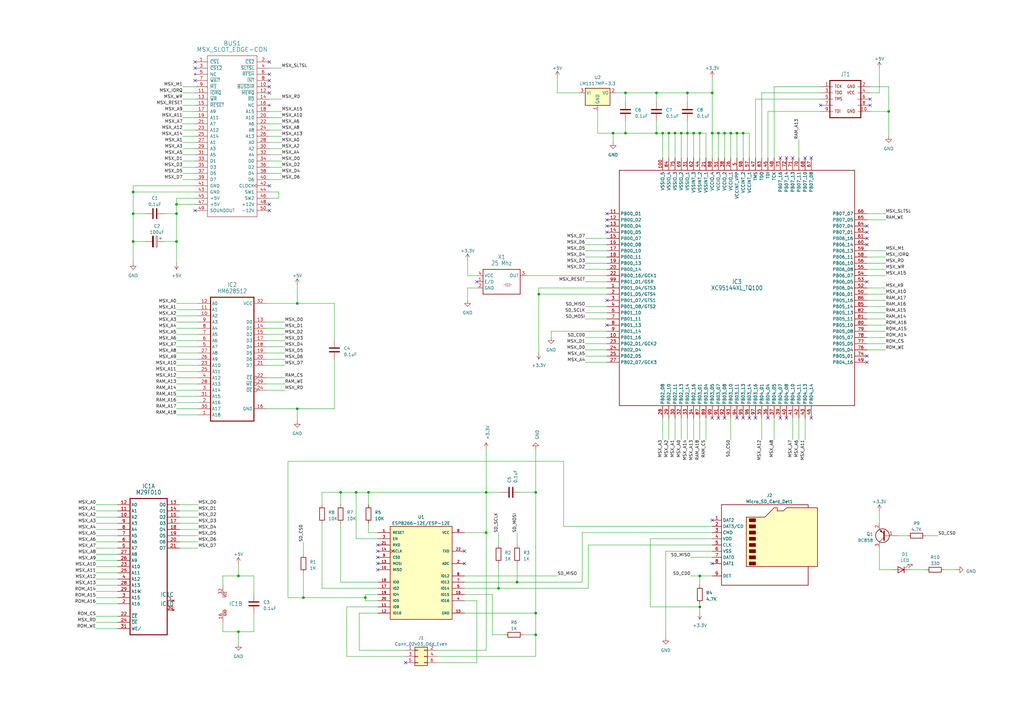
<source format=kicad_sch>
(kicad_sch (version 20230121) (generator eeschema)
  (paper "A3")
  (title_block (title "microSDMapper v1.2") (date "2023-06-06") (rev "1.2") (company "The Retro Hacker") (comment 1 "Original circuit by Luciano Sturaro") (comment 2 "Reloaded by Cristiano Goncalves") (comment 4 "microSD Mapper v1.2"))
  (junction (at 271.78 54.61))
  (junction (at 279.4 54.61))
  (junction (at 297.18 54.61))
  (junction (at 121.92 167.64))
  (junction (at 97.79 259.08))
  (junction (at 299.72 54.61))
  (junction (at 124.46 245.11))
  (junction (at 121.92 124.46))
  (junction (at 302.26 54.61))
  (junction (at 304.8 54.61))
  (junction (at 269.24 54.61))
  (junction (at 292.1 38.1))
  (junction (at 284.48 54.61))
  (junction (at 220.98 120.65))
  (junction (at 72.39 83.82))
  (junction (at 287.02 236.22))
  (junction (at 149.86 245.11))
  (junction (at 139.7 201.93))
  (junction (at 212.09 238.76))
  (junction (at 72.39 99.06))
  (junction (at 199.39 201.93))
  (junction (at 287.02 248.92))
  (junction (at 251.46 54.61))
  (junction (at 54.61 99.06))
  (junction (at 256.54 38.1))
  (junction (at 54.61 87.63))
  (junction (at 287.02 54.61))
  (junction (at 281.94 38.1))
  (junction (at 292.1 54.61))
  (junction (at 274.32 54.61))
  (junction (at 146.05 201.93))
  (junction (at 219.71 201.93))
  (junction (at 54.61 78.74))
  (junction (at 269.24 38.1))
  (junction (at 364.49 45.72))
  (junction (at 204.47 241.3))
  (junction (at 219.71 251.46))
  (junction (at 151.13 201.93))
  (junction (at 281.94 54.61))
  (junction (at 72.39 87.63))
  (junction (at 276.86 54.61))
  (junction (at 294.64 54.61))
  (junction (at 97.79 236.22))
  (junction (at 199.39 218.44))
  (junction (at 256.54 54.61))
  (junction (at 219.71 260.35))
  (no_connect (at 154.94 228.6))
  (no_connect (at 330.2 64.77))
  (no_connect (at 190.5 231.14))
  (no_connect (at 190.5 226.06))
  (no_connect (at 154.94 231.14))
  (no_connect (at 325.12 64.77))
  (no_connect (at 110.49 25.4))
  (no_connect (at 355.6 92.71))
  (no_connect (at 355.6 100.33))
  (no_connect (at 355.6 146.05))
  (no_connect (at 248.92 87.63))
  (no_connect (at 154.94 233.68))
  (no_connect (at 154.94 226.06))
  (no_connect (at 320.04 171.45))
  (no_connect (at 355.6 115.57))
  (no_connect (at 80.01 27.94))
  (no_connect (at 248.92 95.25))
  (no_connect (at 110.49 33.02))
  (no_connect (at 292.1 231.14))
  (no_connect (at 332.74 171.45))
  (no_connect (at 195.58 115.57))
  (no_connect (at 110.49 76.2))
  (no_connect (at 336.55 43.18))
  (no_connect (at 322.58 171.45))
  (no_connect (at 304.8 171.45))
  (no_connect (at 80.01 25.4))
  (no_connect (at 110.49 83.82))
  (no_connect (at 309.88 171.45))
  (no_connect (at 355.6 97.79))
  (no_connect (at 322.58 64.77))
  (no_connect (at 320.04 64.77))
  (no_connect (at 110.49 38.1))
  (no_connect (at 110.49 30.48))
  (no_connect (at 248.92 123.19))
  (no_connect (at 248.92 92.71))
  (no_connect (at 80.01 33.02))
  (no_connect (at 248.92 133.35))
  (no_connect (at 292.1 171.45))
  (no_connect (at 294.64 171.45))
  (no_connect (at 307.34 171.45))
  (no_connect (at 355.6 148.59))
  (no_connect (at 355.6 95.25))
  (no_connect (at 57.15 242.57))
  (no_connect (at 248.92 90.17))
  (no_connect (at 292.1 213.36))
  (no_connect (at 314.96 171.45))
  (no_connect (at 297.18 171.45))
  (no_connect (at 332.74 64.77))
  (no_connect (at 110.49 35.56))
  (no_connect (at 110.49 86.36))
  (no_connect (at 154.94 223.52))
  (no_connect (at 356.87 40.64))
  (no_connect (at 166.37 271.78))
  (no_connect (at 356.87 43.18))
  (no_connect (at 302.26 171.45))
  (no_connect (at 80.01 86.36))
  (wire (pts (xy 276.86 54.61) (xy 276.86 64.77)))
  (wire (pts (xy 240.03 128.27) (xy 248.92 128.27)))
  (wire (pts (xy 240.03 146.05) (xy 248.92 146.05)))
  (wire (pts (xy 355.6 120.65) (xy 363.22 120.65)))
  (wire (pts (xy 91.44 255.27) (xy 91.44 259.08)))
  (wire (pts (xy 74.93 48.26) (xy 80.01 48.26)))
  (wire (pts (xy 287.02 247.65) (xy 287.02 248.92)))
  (wire (pts (xy 231.14 215.9) (xy 231.14 189.23)))
  (wire (pts (xy 67.31 87.63) (xy 72.39 87.63)))
  (wire (pts (xy 72.39 162.56) (xy 81.28 162.56)))
  (wire (pts (xy 219.71 260.35) (xy 219.71 251.46)))
  (wire (pts (xy 166.37 269.24) (xy 142.24 269.24)))
  (wire (pts (xy 97.79 231.14) (xy 97.79 236.22)))
  (wire (pts (xy 109.22 142.24) (xy 116.84 142.24)))
  (wire (pts (xy 256.54 54.61) (xy 269.24 54.61)))
  (wire (pts (xy 292.1 31.75) (xy 292.1 38.1)))
  (wire (pts (xy 74.93 66.04) (xy 80.01 66.04)))
  (wire (pts (xy 219.71 201.93) (xy 219.71 251.46)))
  (wire (pts (xy 110.49 55.88) (xy 115.57 55.88)))
  (wire (pts (xy 110.49 68.58) (xy 115.57 68.58)))
  (wire (pts (xy 256.54 38.1) (xy 252.73 38.1)))
  (wire (pts (xy 355.6 102.87) (xy 363.22 102.87)))
  (wire (pts (xy 114.3 81.28) (xy 110.49 81.28)))
  (wire (pts (xy 294.64 54.61) (xy 292.1 54.61)))
  (wire (pts (xy 121.92 167.64) (xy 121.92 172.72)))
  (wire (pts (xy 146.05 220.98) (xy 154.94 220.98)))
  (wire (pts (xy 72.39 83.82) (xy 72.39 87.63)))
  (wire (pts (xy 214.63 260.35) (xy 219.71 260.35)))
  (wire (pts (xy 142.24 248.92) (xy 154.94 248.92)))
  (wire (pts (xy 219.71 269.24) (xy 219.71 260.35)))
  (wire (pts (xy 104.14 236.22) (xy 97.79 236.22)))
  (wire (pts (xy 204.47 241.3) (xy 241.3 241.3)))
  (wire (pts (xy 355.6 140.97) (xy 363.22 140.97)))
  (wire (pts (xy 245.11 54.61) (xy 251.46 54.61)))
  (wire (pts (xy 302.26 54.61) (xy 299.72 54.61)))
  (wire (pts (xy 237.49 38.1) (xy 228.6 38.1)))
  (wire (pts (xy 317.5 171.45) (xy 317.5 180.34)))
  (wire (pts (xy 72.39 129.54) (xy 81.28 129.54)))
  (wire (pts (xy 54.61 87.63) (xy 54.61 99.06)))
  (wire (pts (xy 226.06 135.89) (xy 248.92 135.89)))
  (wire (pts (xy 231.14 189.23) (xy 118.11 189.23)))
  (wire (pts (xy 284.48 54.61) (xy 287.02 54.61)))
  (wire (pts (xy 110.49 50.8) (xy 115.57 50.8)))
  (wire (pts (xy 312.42 64.77) (xy 312.42 38.1)))
  (wire (pts (xy 72.39 83.82) (xy 80.01 83.82)))
  (wire (pts (xy 142.24 269.24) (xy 142.24 248.92)))
  (wire (pts (xy 240.03 107.95) (xy 248.92 107.95)))
  (wire (pts (xy 72.39 139.7) (xy 81.28 139.7)))
  (wire (pts (xy 151.13 201.93) (xy 199.39 201.93)))
  (wire (pts (xy 110.49 58.42) (xy 115.57 58.42)))
  (wire (pts (xy 39.37 214.63) (xy 48.26 214.63)))
  (wire (pts (xy 74.93 71.12) (xy 80.01 71.12)))
  (wire (pts (xy 281.94 54.61) (xy 284.48 54.61)))
  (wire (pts (xy 287.02 171.45) (xy 287.02 180.34)))
  (wire (pts (xy 251.46 58.42) (xy 251.46 54.61)))
  (wire (pts (xy 299.72 171.45) (xy 299.72 180.34)))
  (wire (pts (xy 73.66 222.25) (xy 81.28 222.25)))
  (wire (pts (xy 355.6 87.63) (xy 363.22 87.63)))
  (wire (pts (xy 213.36 201.93) (xy 219.71 201.93)))
  (wire (pts (xy 80.01 81.28) (xy 72.39 81.28)))
  (wire (pts (xy 281.94 38.1) (xy 281.94 41.91)))
  (wire (pts (xy 118.11 245.11) (xy 124.46 245.11)))
  (wire (pts (xy 289.56 64.77) (xy 289.56 54.61)))
  (wire (pts (xy 309.88 64.77) (xy 309.88 40.64)))
  (wire (pts (xy 121.92 116.84) (xy 121.92 124.46)))
  (wire (pts (xy 146.05 201.93) (xy 146.05 220.98)))
  (wire (pts (xy 72.39 152.4) (xy 81.28 152.4)))
  (wire (pts (xy 121.92 124.46) (xy 137.16 124.46)))
  (wire (pts (xy 72.39 137.16) (xy 81.28 137.16)))
  (wire (pts (xy 109.22 160.02) (xy 116.84 160.02)))
  (wire (pts (xy 240.03 100.33) (xy 248.92 100.33)))
  (wire (pts (xy 39.37 252.73) (xy 48.26 252.73)))
  (wire (pts (xy 355.6 143.51) (xy 363.22 143.51)))
  (wire (pts (xy 179.07 266.7) (xy 199.39 266.7)))
  (wire (pts (xy 266.7 248.92) (xy 287.02 248.92)))
  (wire (pts (xy 109.22 157.48) (xy 116.84 157.48)))
  (wire (pts (xy 355.6 128.27) (xy 363.22 128.27)))
  (wire (pts (xy 195.58 271.78) (xy 179.07 271.78)))
  (wire (pts (xy 110.49 53.34) (xy 115.57 53.34)))
  (wire (pts (xy 355.6 123.19) (xy 363.22 123.19)))
  (wire (pts (xy 149.86 246.38) (xy 149.86 245.11)))
  (wire (pts (xy 220.98 118.11) (xy 220.98 120.65)))
  (wire (pts (xy 110.49 73.66) (xy 115.57 73.66)))
  (wire (pts (xy 39.37 209.55) (xy 48.26 209.55)))
  (wire (pts (xy 154.94 218.44) (xy 151.13 218.44)))
  (wire (pts (xy 212.09 238.76) (xy 238.76 238.76)))
  (wire (pts (xy 190.5 236.22) (xy 228.6 236.22)))
  (wire (pts (xy 97.79 259.08) (xy 104.14 259.08)))
  (wire (pts (xy 297.18 54.61) (xy 294.64 54.61)))
  (wire (pts (xy 118.11 189.23) (xy 118.11 245.11)))
  (wire (pts (xy 204.47 218.44) (xy 204.47 223.52)))
  (wire (pts (xy 139.7 201.93) (xy 146.05 201.93)))
  (wire (pts (xy 124.46 222.25) (xy 124.46 227.33)))
  (wire (pts (xy 368.3 219.71) (xy 372.11 219.71)))
  (wire (pts (xy 317.5 35.56) (xy 336.55 35.56)))
  (wire (pts (xy 74.93 58.42) (xy 80.01 58.42)))
  (wire (pts (xy 201.93 243.84) (xy 201.93 260.35)))
  (wire (pts (xy 279.4 54.61) (xy 279.4 64.77)))
  (wire (pts (xy 147.32 266.7) (xy 147.32 251.46)))
  (wire (pts (xy 72.39 160.02) (xy 81.28 160.02)))
  (wire (pts (xy 114.3 78.74) (xy 114.3 81.28)))
  (wire (pts (xy 276.86 171.45) (xy 276.86 180.34)))
  (wire (pts (xy 281.94 171.45) (xy 281.94 180.34)))
  (wire (pts (xy 132.08 207.01) (xy 132.08 201.93)))
  (wire (pts (xy 314.96 45.72) (xy 336.55 45.72)))
  (wire (pts (xy 240.03 140.97) (xy 248.92 140.97)))
  (wire (pts (xy 110.49 78.74) (xy 114.3 78.74)))
  (wire (pts (xy 73.66 224.79) (xy 81.28 224.79)))
  (wire (pts (xy 74.93 50.8) (xy 80.01 50.8)))
  (wire (pts (xy 302.26 54.61) (xy 302.26 64.77)))
  (wire (pts (xy 195.58 246.38) (xy 195.58 271.78)))
  (wire (pts (xy 139.7 238.76) (xy 139.7 214.63)))
  (wire (pts (xy 72.39 149.86) (xy 81.28 149.86)))
  (wire (pts (xy 149.86 245.11) (xy 149.86 243.84)))
  (wire (pts (xy 72.39 132.08) (xy 81.28 132.08)))
  (wire (pts (xy 269.24 49.53) (xy 269.24 54.61)))
  (wire (pts (xy 199.39 201.93) (xy 199.39 184.15)))
  (wire (pts (xy 292.1 54.61) (xy 292.1 38.1)))
  (wire (pts (xy 72.39 147.32) (xy 81.28 147.32)))
  (wire (pts (xy 226.06 138.43) (xy 226.06 135.89)))
  (wire (pts (xy 283.21 228.6) (xy 292.1 228.6)))
  (wire (pts (xy 74.93 53.34) (xy 80.01 53.34)))
  (wire (pts (xy 294.64 64.77) (xy 294.64 54.61)))
  (wire (pts (xy 240.03 105.41) (xy 248.92 105.41)))
  (wire (pts (xy 238.76 218.44) (xy 238.76 238.76)))
  (wire (pts (xy 245.11 54.61) (xy 245.11 45.72)))
  (wire (pts (xy 39.37 257.81) (xy 48.26 257.81)))
  (wire (pts (xy 287.02 236.22) (xy 287.02 240.03)))
  (wire (pts (xy 287.02 248.92) (xy 287.02 251.46)))
  (wire (pts (xy 72.39 134.62) (xy 81.28 134.62)))
  (wire (pts (xy 355.6 138.43) (xy 363.22 138.43)))
  (wire (pts (xy 355.6 135.89) (xy 363.22 135.89)))
  (wire (pts (xy 74.93 63.5) (xy 80.01 63.5)))
  (wire (pts (xy 72.39 99.06) (xy 72.39 107.95)))
  (wire (pts (xy 80.01 76.2) (xy 54.61 76.2)))
  (wire (pts (xy 292.1 226.06) (xy 273.05 226.06)))
  (wire (pts (xy 110.49 71.12) (xy 115.57 71.12)))
  (wire (pts (xy 72.39 142.24) (xy 81.28 142.24)))
  (wire (pts (xy 240.03 110.49) (xy 248.92 110.49)))
  (wire (pts (xy 355.6 130.81) (xy 363.22 130.81)))
  (wire (pts (xy 297.18 54.61) (xy 297.18 64.77)))
  (wire (pts (xy 72.39 157.48) (xy 81.28 157.48)))
  (wire (pts (xy 72.39 170.18) (xy 81.28 170.18)))
  (wire (pts (xy 304.8 54.61) (xy 302.26 54.61)))
  (wire (pts (xy 166.37 266.7) (xy 147.32 266.7)))
  (wire (pts (xy 356.87 35.56) (xy 364.49 35.56)))
  (wire (pts (xy 312.42 171.45) (xy 312.42 180.34)))
  (wire (pts (xy 271.78 54.61) (xy 274.32 54.61)))
  (wire (pts (xy 287.02 236.22) (xy 292.1 236.22)))
  (wire (pts (xy 149.86 243.84) (xy 154.94 243.84)))
  (wire (pts (xy 284.48 171.45) (xy 284.48 180.34)))
  (wire (pts (xy 110.49 48.26) (xy 115.57 48.26)))
  (wire (pts (xy 274.32 54.61) (xy 276.86 54.61)))
  (wire (pts (xy 104.14 259.08) (xy 104.14 251.46)))
  (wire (pts (xy 190.5 243.84) (xy 201.93 243.84)))
  (wire (pts (xy 109.22 154.94) (xy 116.84 154.94)))
  (wire (pts (xy 110.49 40.64) (xy 115.57 40.64)))
  (wire (pts (xy 274.32 54.61) (xy 274.32 64.77)))
  (wire (pts (xy 289.56 171.45) (xy 289.56 180.34)))
  (wire (pts (xy 72.39 154.94) (xy 81.28 154.94)))
  (wire (pts (xy 373.38 233.68) (xy 379.73 233.68)))
  (wire (pts (xy 292.1 64.77) (xy 292.1 54.61)))
  (wire (pts (xy 39.37 229.87) (xy 48.26 229.87)))
  (wire (pts (xy 364.49 45.72) (xy 364.49 55.88)))
  (wire (pts (xy 39.37 234.95) (xy 48.26 234.95)))
  (wire (pts (xy 39.37 255.27) (xy 48.26 255.27)))
  (wire (pts (xy 251.46 54.61) (xy 256.54 54.61)))
  (wire (pts (xy 231.14 215.9) (xy 292.1 215.9)))
  (wire (pts (xy 179.07 269.24) (xy 219.71 269.24)))
  (wire (pts (xy 271.78 171.45) (xy 271.78 180.34)))
  (wire (pts (xy 109.22 137.16) (xy 116.84 137.16)))
  (wire (pts (xy 39.37 232.41) (xy 48.26 232.41)))
  (wire (pts (xy 195.58 113.03) (xy 191.77 113.03)))
  (wire (pts (xy 240.03 130.81) (xy 248.92 130.81)))
  (wire (pts (xy 109.22 124.46) (xy 121.92 124.46)))
  (wire (pts (xy 355.6 107.95) (xy 363.22 107.95)))
  (wire (pts (xy 228.6 38.1) (xy 228.6 31.75)))
  (wire (pts (xy 124.46 245.11) (xy 149.86 245.11)))
  (wire (pts (xy 110.49 60.96) (xy 115.57 60.96)))
  (wire (pts (xy 73.66 212.09) (xy 81.28 212.09)))
  (wire (pts (xy 39.37 247.65) (xy 48.26 247.65)))
  (wire (pts (xy 240.03 97.79) (xy 248.92 97.79)))
  (wire (pts (xy 54.61 78.74) (xy 54.61 87.63)))
  (wire (pts (xy 109.22 139.7) (xy 116.84 139.7)))
  (wire (pts (xy 317.5 64.77) (xy 317.5 35.56)))
  (wire (pts (xy 190.5 241.3) (xy 204.47 241.3)))
  (wire (pts (xy 191.77 113.03) (xy 191.77 106.68)))
  (wire (pts (xy 137.16 147.32) (xy 137.16 167.64)))
  (wire (pts (xy 248.92 118.11) (xy 220.98 118.11)))
  (wire (pts (xy 240.03 115.57) (xy 248.92 115.57)))
  (wire (pts (xy 39.37 237.49) (xy 48.26 237.49)))
  (wire (pts (xy 279.4 171.45) (xy 279.4 180.34)))
  (wire (pts (xy 287.02 54.61) (xy 289.56 54.61)))
  (wire (pts (xy 274.32 171.45) (xy 274.32 180.34)))
  (wire (pts (xy 132.08 201.93) (xy 139.7 201.93)))
  (wire (pts (xy 72.39 87.63) (xy 72.39 99.06)))
  (wire (pts (xy 307.34 54.61) (xy 304.8 54.61)))
  (wire (pts (xy 190.5 251.46) (xy 219.71 251.46)))
  (wire (pts (xy 248.92 120.65) (xy 220.98 120.65)))
  (wire (pts (xy 39.37 222.25) (xy 48.26 222.25)))
  (wire (pts (xy 276.86 54.61) (xy 279.4 54.61)))
  (wire (pts (xy 146.05 201.93) (xy 151.13 201.93)))
  (wire (pts (xy 266.7 220.98) (xy 266.7 248.92)))
  (wire (pts (xy 132.08 241.3) (xy 154.94 241.3)))
  (wire (pts (xy 355.6 118.11) (xy 363.22 118.11)))
  (wire (pts (xy 220.98 120.65) (xy 220.98 144.78)))
  (wire (pts (xy 109.22 149.86) (xy 116.84 149.86)))
  (wire (pts (xy 39.37 217.17) (xy 48.26 217.17)))
  (wire (pts (xy 190.5 238.76) (xy 212.09 238.76)))
  (wire (pts (xy 269.24 38.1) (xy 281.94 38.1)))
  (wire (pts (xy 110.49 27.94) (xy 115.57 27.94)))
  (wire (pts (xy 240.03 125.73) (xy 248.92 125.73)))
  (wire (pts (xy 39.37 212.09) (xy 48.26 212.09)))
  (wire (pts (xy 360.68 233.68) (xy 365.76 233.68)))
  (wire (pts (xy 132.08 241.3) (xy 132.08 214.63)))
  (wire (pts (xy 240.03 148.59) (xy 248.92 148.59)))
  (wire (pts (xy 109.22 134.62) (xy 116.84 134.62)))
  (wire (pts (xy 195.58 118.11) (xy 191.77 118.11)))
  (wire (pts (xy 287.02 54.61) (xy 287.02 64.77)))
  (wire (pts (xy 355.6 105.41) (xy 363.22 105.41)))
  (wire (pts (xy 283.21 236.22) (xy 287.02 236.22)))
  (wire (pts (xy 304.8 54.61) (xy 304.8 64.77)))
  (wire (pts (xy 355.6 110.49) (xy 363.22 110.49)))
  (wire (pts (xy 147.32 251.46) (xy 154.94 251.46)))
  (wire (pts (xy 269.24 54.61) (xy 271.78 54.61)))
  (wire (pts (xy 314.96 64.77) (xy 314.96 45.72)))
  (wire (pts (xy 279.4 54.61) (xy 281.94 54.61)))
  (wire (pts (xy 325.12 171.45) (xy 325.12 180.34)))
  (wire (pts (xy 73.66 209.55) (xy 81.28 209.55)))
  (wire (pts (xy 327.66 171.45) (xy 327.66 180.34)))
  (wire (pts (xy 74.93 55.88) (xy 80.01 55.88)))
  (wire (pts (xy 269.24 38.1) (xy 269.24 41.91)))
  (wire (pts (xy 327.66 57.15) (xy 327.66 64.77)))
  (wire (pts (xy 360.68 38.1) (xy 356.87 38.1)))
  (wire (pts (xy 73.66 207.01) (xy 81.28 207.01)))
  (wire (pts (xy 72.39 127) (xy 81.28 127)))
  (wire (pts (xy 39.37 240.03) (xy 48.26 240.03)))
  (wire (pts (xy 110.49 66.04) (xy 115.57 66.04)))
  (wire (pts (xy 212.09 218.44) (xy 212.09 223.52)))
  (wire (pts (xy 67.31 99.06) (xy 72.39 99.06)))
  (wire (pts (xy 292.1 38.1) (xy 281.94 38.1)))
  (wire (pts (xy 256.54 38.1) (xy 269.24 38.1)))
  (wire (pts (xy 72.39 165.1) (xy 81.28 165.1)))
  (wire (pts (xy 204.47 231.14) (xy 204.47 241.3)))
  (wire (pts (xy 72.39 124.46) (xy 81.28 124.46)))
  (wire (pts (xy 39.37 219.71) (xy 48.26 219.71)))
  (wire (pts (xy 74.93 40.64) (xy 80.01 40.64)))
  (wire (pts (xy 355.6 90.17) (xy 363.22 90.17)))
  (wire (pts (xy 241.3 223.52) (xy 292.1 223.52)))
  (wire (pts (xy 137.16 124.46) (xy 137.16 139.7)))
  (wire (pts (xy 139.7 207.01) (xy 139.7 201.93)))
  (wire (pts (xy 307.34 64.77) (xy 307.34 54.61)))
  (wire (pts (xy 54.61 76.2) (xy 54.61 78.74)))
  (wire (pts (xy 39.37 227.33) (xy 48.26 227.33)))
  (wire (pts (xy 191.77 118.11) (xy 191.77 123.19)))
  (wire (pts (xy 121.92 167.64) (xy 109.22 167.64)))
  (wire (pts (xy 360.68 27.94) (xy 360.68 38.1)))
  (wire (pts (xy 109.22 132.08) (xy 116.84 132.08)))
  (wire (pts (xy 330.2 171.45) (xy 330.2 180.34)))
  (wire (pts (xy 212.09 231.14) (xy 212.09 238.76)))
  (wire (pts (xy 309.88 40.64) (xy 336.55 40.64)))
  (wire (pts (xy 97.79 259.08) (xy 97.79 264.16)))
  (wire (pts (xy 72.39 144.78) (xy 81.28 144.78)))
  (wire (pts (xy 240.03 143.51) (xy 248.92 143.51)))
  (wire (pts (xy 74.93 43.18) (xy 80.01 43.18)))
  (wire (pts (xy 355.6 133.35) (xy 363.22 133.35)))
  (wire (pts (xy 299.72 54.61) (xy 297.18 54.61)))
  (wire (pts (xy 137.16 167.64) (xy 121.92 167.64)))
  (wire (pts (xy 109.22 144.78) (xy 116.84 144.78)))
  (wire (pts (xy 151.13 201.93) (xy 151.13 207.01)))
  (wire (pts (xy 199.39 201.93) (xy 199.39 218.44)))
  (wire (pts (xy 110.49 63.5) (xy 115.57 63.5)))
  (wire (pts (xy 73.66 217.17) (xy 81.28 217.17)))
  (wire (pts (xy 273.05 226.06) (xy 273.05 261.62)))
  (wire (pts (xy 104.14 243.84) (xy 104.14 236.22)))
  (wire (pts (xy 73.66 219.71) (xy 81.28 219.71)))
  (wire (pts (xy 39.37 224.79) (xy 48.26 224.79)))
  (wire (pts (xy 379.73 219.71) (xy 384.81 219.71)))
  (wire (pts (xy 292.1 220.98) (xy 266.7 220.98)))
  (wire (pts (xy 360.68 209.55) (xy 360.68 214.63)))
  (wire (pts (xy 387.35 233.68) (xy 392.43 233.68)))
  (wire (pts (xy 54.61 87.63) (xy 59.69 87.63)))
  (wire (pts (xy 190.5 246.38) (xy 195.58 246.38)))
  (wire (pts (xy 281.94 54.61) (xy 281.94 64.77)))
  (wire (pts (xy 54.61 99.06) (xy 54.61 107.95)))
  (wire (pts (xy 201.93 260.35) (xy 207.01 260.35)))
  (wire (pts (xy 240.03 102.87) (xy 248.92 102.87)))
  (wire (pts (xy 356.87 45.72) (xy 364.49 45.72)))
  (wire (pts (xy 256.54 49.53) (xy 256.54 54.61)))
  (wire (pts (xy 72.39 167.64) (xy 81.28 167.64)))
  (wire (pts (xy 219.71 201.93) (xy 219.71 184.15)))
  (wire (pts (xy 72.39 81.28) (xy 72.39 83.82)))
  (wire (pts (xy 151.13 218.44) (xy 151.13 214.63)))
  (wire (pts (xy 74.93 73.66) (xy 80.01 73.66)))
  (wire (pts (xy 39.37 242.57) (xy 48.26 242.57)))
  (wire (pts (xy 91.44 236.22) (xy 91.44 240.03)))
  (wire (pts (xy 74.93 45.72) (xy 80.01 45.72)))
  (wire (pts (xy 364.49 35.56) (xy 364.49 45.72)))
  (wire (pts (xy 74.93 38.1) (xy 80.01 38.1)))
  (wire (pts (xy 74.93 60.96) (xy 80.01 60.96)))
  (wire (pts (xy 74.93 35.56) (xy 80.01 35.56)))
  (wire (pts (xy 271.78 54.61) (xy 271.78 64.77)))
  (wire (pts (xy 241.3 223.52) (xy 241.3 241.3)))
  (wire (pts (xy 110.49 45.72) (xy 115.57 45.72)))
  (wire (pts (xy 199.39 266.7) (xy 199.39 218.44)))
  (wire (pts (xy 154.94 238.76) (xy 139.7 238.76)))
  (wire (pts (xy 240.03 138.43) (xy 248.92 138.43)))
  (wire (pts (xy 355.6 125.73) (xy 363.22 125.73)))
  (wire (pts (xy 54.61 99.06) (xy 59.69 99.06)))
  (wire (pts (xy 154.94 246.38) (xy 149.86 246.38)))
  (wire (pts (xy 199.39 201.93) (xy 205.74 201.93)))
  (wire (pts (xy 109.22 147.32) (xy 116.84 147.32)))
  (wire (pts (xy 215.9 113.03) (xy 248.92 113.03)))
  (wire (pts (xy 97.79 236.22) (xy 91.44 236.22)))
  (wire (pts (xy 39.37 207.01) (xy 48.26 207.01)))
  (wire (pts (xy 360.68 224.79) (xy 360.68 233.68)))
  (wire (pts (xy 124.46 234.95) (xy 124.46 245.11)))
  (wire (pts (xy 355.6 113.03) (xy 363.22 113.03)))
  (wire (pts (xy 312.42 38.1) (xy 336.55 38.1)))
  (wire (pts (xy 299.72 54.61) (xy 299.72 64.77)))
  (wire (pts (xy 284.48 54.61) (xy 284.48 64.77)))
  (wire (pts (xy 73.66 214.63) (xy 81.28 214.63)))
  (wire (pts (xy 256.54 38.1) (xy 256.54 41.91)))
  (wire (pts (xy 238.76 218.44) (xy 292.1 218.44)))
  (wire (pts (xy 39.37 245.11) (xy 48.26 245.11)))
  (wire (pts (xy 74.93 68.58) (xy 80.01 68.58)))
  (wire (pts (xy 199.39 218.44) (xy 190.5 218.44)))
  (wire (pts (xy 281.94 49.53) (xy 281.94 54.61)))
  (wire (pts (xy 91.44 259.08) (xy 97.79 259.08)))
  (wire (pts (xy 54.61 78.74) (xy 80.01 78.74)))
  (label "MSX_D6" (at 240.03 100.33 180))
  (label "MSX_A9" (at 39.37 229.87 180))
  (label "MSX_A0" (at 39.37 207.01 180))
  (label "SD_CS0" (at 299.72 180.34 270) (effects (font (size 1.2446 1.2446))))
  (label "MSX_A8" (at 39.37 227.33 180))
  (label "MSX_D2" (at 240.03 110.49 180))
  (label "MSX_D0" (at 115.57 66.04 0))
  (label "MSX_A11" (at 74.93 48.26 180))
  (label "MSX_A0" (at 115.57 58.42 0))
  (label "MSX_A3" (at 39.37 214.63 180))
  (label "MSX_A1" (at 72.39 127 180))
  (label "ROM_A15" (at 363.22 135.89 0))
  (label "MSX_A4" (at 115.57 63.5 0))
  (label "MSX_D1" (at 74.93 66.04 180))
  (label "MSX_D1" (at 116.84 134.62 0))
  (label "MSX_A4" (at 240.03 148.59 180))
  (label "RAM_A15" (at 363.22 128.27 0))
  (label "RAM_A16" (at 363.22 125.73 0))
  (label "MSX_D6" (at 116.84 147.32 0))
  (label "SD_SCLK" (at 204.47 218.44 90) (effects (font (size 1.2446 1.2446))))
  (label "RAM_WE" (at 116.84 157.48 0))
  (label "MSX_A8" (at 317.5 180.34 270))
  (label "MSX_A1" (at 276.86 180.34 270))
  (label "MSX_A14" (at 74.93 55.88 180))
  (label "MSX_M1" (at 363.22 102.87 0))
  (label "MSX_RESET" (at 74.93 43.18 180))
  (label "MSX_IORQ" (at 74.93 38.1 180))
  (label "MSX_A10" (at 115.57 48.26 0))
  (label "MSX_A14" (at 281.94 180.34 270))
  (label "RAM_CS" (at 289.56 180.34 270))
  (label "MSX_A13" (at 115.57 55.88 0))
  (label "MSX_A3" (at 74.93 60.96 180))
  (label "MSX_A3" (at 72.39 132.08 180))
  (label "MSX_D6" (at 81.28 222.25 0))
  (label "MSX_RD" (at 39.37 255.27 180))
  (label "ROM_A14" (at 39.37 242.57 180))
  (label "RAM_CS" (at 116.84 154.94 0))
  (label "MSX_RD" (at 115.57 40.64 0))
  (label "MSX_D7" (at 81.28 224.79 0))
  (label "MSX_A7" (at 74.93 50.8 180))
  (label "RAM_A13" (at 327.66 57.15 90))
  (label "MSX_D0" (at 81.28 207.01 0))
  (label "MSX_WR" (at 74.93 40.64 180))
  (label "MSX_D5" (at 116.84 144.78 0))
  (label "ROM_WE" (at 363.22 143.51 0) (effects (font (size 1.2446 1.2446))))
  (label "MSX_A8" (at 115.57 53.34 0))
  (label "MSX_D4" (at 240.03 105.41 180))
  (label "MSX_A13" (at 284.48 180.34 270))
  (label "SD_CD0" (at 283.21 236.22 180) (effects (font (size 1.2446 1.2446))))
  (label "MSX_D3" (at 74.93 68.58 180))
  (label "ROM_A16" (at 363.22 133.35 0))
  (label "ROM_A16" (at 39.37 247.65 180))
  (label "MSX_D7" (at 74.93 73.66 180))
  (label "MSX_D2" (at 116.84 137.16 0))
  (label "RAM_A14" (at 72.39 160.02 180))
  (label "MSX_D1" (at 81.28 209.55 0))
  (label "MSX_A7" (at 325.12 180.34 270))
  (label "SD_CS0" (at 384.81 219.71 0) (effects (font (size 1.2446 1.2446))))
  (label "ROM_CS" (at 363.22 140.97 0) (effects (font (size 1.2446 1.2446))))
  (label "MSX_RD" (at 116.84 160.02 0))
  (label "ROM_WE" (at 39.37 257.81 180))
  (label "MSX_A0" (at 279.4 180.34 270))
  (label "MSX_A2" (at 115.57 60.96 0))
  (label "MSX_A2" (at 274.32 180.34 270))
  (label "MSX_D2" (at 115.57 68.58 0))
  (label "MSX_A12" (at 74.93 53.34 180))
  (label "MSX_A4" (at 72.39 134.62 180))
  (label "MSX_A7" (at 39.37 224.79 180))
  (label "SD_SCLK" (at 240.03 128.27 180) (effects (font (size 1.2446 1.2446))))
  (label "MSX_D2" (at 81.28 212.09 0))
  (label "MSX_A11" (at 72.39 152.4 180))
  (label "SD_MOSI" (at 212.09 218.44 90) (effects (font (size 1.2446 1.2446))))
  (label "MSX_A0" (at 72.39 124.46 180))
  (label "MSX_A10" (at 363.22 120.65 0))
  (label "MSX_A5" (at 72.39 137.16 180))
  (label "ROM_CS" (at 39.37 252.73 180))
  (label "MSX_D6" (at 115.57 73.66 0))
  (label "MSX_A12" (at 72.39 154.94 180))
  (label "RAM_A17" (at 363.22 123.19 0))
  (label "RAM_A18" (at 287.02 180.34 270))
  (label "MSX_D5" (at 240.03 102.87 180))
  (label "MSX_A10" (at 72.39 149.86 180))
  (label "MSX_D4" (at 116.84 142.24 0))
  (label "MSX_D5" (at 74.93 71.12 180))
  (label "SD_MOSI" (at 240.03 130.81 180) (effects (font (size 1.2446 1.2446))))
  (label "MSX_M1" (at 74.93 35.56 180))
  (label "MSX_A13" (at 39.37 240.03 180))
  (label "MSX_A2" (at 39.37 212.09 180))
  (label "SD_CS0" (at 124.46 222.25 90) (effects (font (size 1.2446 1.2446))))
  (label "MSX_D3" (at 81.28 214.63 0))
  (label "MSX_SLTSL" (at 363.22 87.63 0))
  (label "SD_MISO" (at 228.6 236.22 0) (effects (font (size 1.2446 1.2446))))
  (label "MSX_D7" (at 240.03 97.79 180))
  (label "MSX_A5" (at 39.37 219.71 180))
  (label "MSX_A6" (at 72.39 139.7 180))
  (label "MSX_WR" (at 363.22 110.49 0))
  (label "RAM_A18" (at 72.39 170.18 180))
  (label "ROM_A15" (at 39.37 245.11 180))
  (label "MSX_A6" (at 39.37 222.25 180))
  (label "MSX_A10" (at 39.37 232.41 180))
  (label "MSX_D0" (at 116.84 132.08 0))
  (label "RAM_A13" (at 72.39 157.48 180))
  (label "MSX_A15" (at 363.22 113.03 0))
  (label "MSX_A9" (at 74.93 45.72 180))
  (label "MSX_D4" (at 81.28 217.17 0))
  (label "MSX_SLTSL" (at 115.57 27.94 0))
  (label "MSX_A1" (at 39.37 209.55 180))
  (label "RAM_A14" (at 363.22 130.81 0))
  (label "MSX_D1" (at 240.03 140.97 180))
  (label "MSX_A1" (at 74.93 58.42 180))
  (label "MSX_A9" (at 72.39 147.32 180))
  (label "RAM_A17" (at 72.39 167.64 180))
  (label "ROM_A14" (at 363.22 138.43 0))
  (label "MSX_A9" (at 363.22 118.11 0))
  (label "SD_CD0" (at 240.03 138.43 180) (effects (font (size 1.2446 1.2446))))
  (label "MSX_A4" (at 39.37 217.17 180))
  (label "RAM_A15" (at 72.39 162.56 180))
  (label "MSX_D5" (at 81.28 219.71 0))
  (label "SD_MISO" (at 240.03 125.73 180) (effects (font (size 1.2446 1.2446))))
  (label "MSX_A8" (at 72.39 144.78 180))
  (label "MSX_IORQ" (at 363.22 105.41 0))
  (label "MSX_A11" (at 39.37 234.95 180))
  (label "MSX_A6" (at 115.57 50.8 0))
  (label "MSX_RESET" (at 240.03 115.57 180))
  (label "MSX_A15" (at 115.57 45.72 0))
  (label "MSX_A11" (at 330.2 180.34 270))
  (label "MSX_D7" (at 116.84 149.86 0))
  (label "MSX_A3" (at 271.78 180.34 270))
  (label "MSX_A12" (at 312.42 180.34 270))
  (label "SD_MISO" (at 283.21 228.6 180) (effects (font (size 1.2446 1.2446))))
  (label "MSX_RD" (at 363.22 107.95 0))
  (label "MSX_D3" (at 240.03 107.95 180))
  (label "MSX_A5" (at 240.03 146.05 180))
  (label "MSX_D0" (at 240.03 143.51 180))
  (label "MSX_A7" (at 72.39 142.24 180))
  (label "MSX_A2" (at 72.39 129.54 180))
  (label "MSX_A12" (at 39.37 237.49 180))
  (label "MSX_D3" (at 116.84 139.7 0))
  (label "MSX_A6" (at 327.66 180.34 270))
  (label "MSX_A5" (at 74.93 63.5 180))
  (label "MSX_D4" (at 115.57 71.12 0))
  (label "RAM_WE" (at 363.22 90.17 0) (effects (font (size 1.2446 1.2446))))
  (label "RAM_A16" (at 72.39 165.1 180))
  (symbol (lib_id "CRISAG:Micro_SD_Card_Det1") (at 314.96 223.52 0) (unit 1)
    (property "Reference" "J2" (at 315.595 203.2 0))
    (property "Value" "Micro_SD_Card_Det1" (at 315.595 205.74 0))
    (property "Footprint" "libraries:Conn_uSDcard" (effects hide))
    (property "Datasheet" "https://datasheet.lcsc.com/lcsc/2110151630_XKB-Connectivity-XKTF-015-N_C381082.pdf" (effects hide))
  )
  (symbol (lib_id "Device:C") (at 281.94 45.72 0) (unit 1)
    (property "Reference" "C8" (at 285.75 45.085 0) (effects (justify left)))
    (property "Value" "0.1uF" (at 285.75 47.625 0) (effects (justify left)))
    (property "Footprint" "Capacitor_SMD:C_0603_1608Metric_Pad1.08x0.95mm_HandSolder" (effects hide))
  )
  (symbol (lib_id "power:GND") (at 251.46 58.42 0) (unit 1)
    (property "Reference" "#PWR013" (effects hide))
    (property "Value" "GND" (at 251.46 63.5 0))
  )
  (symbol (lib_id "power:GND") (at 226.06 138.43 0) (unit 1)
    (property "Reference" "#PWR019" (effects hide))
    (property "Value" "GND" (at 226.06 143.51 0))
  )
  (symbol (lib_id "Device:R") (at 132.08 210.82 180) (unit 1)
    (property "Reference" "R8" (at 134.62 210.185 0) (effects (justify right)))
    (property "Value" "10K" (at 134.62 212.725 0) (effects (justify right)))
    (property "Footprint" "Resistor_SMD:R_0603_1608Metric_Pad0.98x0.95mm_HandSolder" (effects hide))
  )
  (symbol (lib_id "Device:C") (at 137.16 143.51 0) (unit 1)
    (property "Reference" "C4" (at 140.97 142.875 0) (effects (justify left)))
    (property "Value" "0.1uF" (at 140.97 145.415 0) (effects (justify left)))
    (property "Footprint" "Capacitor_SMD:C_0603_1608Metric_Pad1.08x0.95mm_HandSolder" (effects hide))
  )
  (symbol (lib_id "power:+3.3V") (at 191.77 106.68 0) (unit 1)
    (property "Reference" "#PWR07" (effects hide))
    (property "Value" "+3.3V" (at 191.77 102.87 0))
  )
  (symbol (lib_id "Device:C") (at 269.24 45.72 0) (unit 1)
    (property "Reference" "C7" (at 273.05 45.085 0) (effects (justify left)))
    (property "Value" "0.1uF" (at 273.05 47.625 0) (effects (justify left)))
    (property "Footprint" "Capacitor_SMD:C_0603_1608Metric_Pad1.08x0.95mm_HandSolder" (effects hide))
  )
  (symbol (lib_id "CRISAG:AM29F010B") (at 68.58 246.38 180) (unit 3)
    (property "Reference" "IC1" (at 68.58 243.84 0) (effects (font (size 1.778 1.5113))))
    (property "Value" "M29F010" (effects hide))
    (property "Footprint" "Package_LCC:PLCC-32_11.4x14.0mm_P1.27mm" (effects hide))
  )
  (symbol (lib_id "Device:C") (at 256.54 45.72 0) (unit 1)
    (property "Reference" "C6" (at 260.35 45.085 0) (effects (justify left)))
    (property "Value" "0.1uF" (at 260.35 47.625 0) (effects (justify left)))
    (property "Footprint" "Capacitor_SMD:C_0603_1608Metric_Pad1.08x0.95mm_HandSolder" (effects hide))
  )
  (symbol (lib_id "Device:C") (at 209.55 201.93 90) (unit 1)
    (property "Reference" "C5" (at 208.915 198.12 0) (effects (justify left)))
    (property "Value" "0.1uF" (at 211.455 198.12 0) (effects (justify left)))
    (property "Footprint" "Capacitor_SMD:C_0603_1608Metric_Pad1.08x0.95mm_HandSolder" (effects hide))
  )
  (symbol (lib_id "Device:C") (at 63.5 87.63 90) (unit 1)
    (property "Reference" "C1" (at 63.5 81.28 90))
    (property "Value" "0.1uF" (at 63.5 83.82 90))
    (property "Footprint" "Capacitor_SMD:C_0603_1608Metric_Pad1.08x0.95mm_HandSolder" (effects hide))
  )
  (symbol (lib_id "CRISAG:AM29F010B") (at 91.44 247.65 0) (unit 2)
    (property "Reference" "IC1" (at 93.98 247.6376 0) (effects (font (size 1.778 1.5113)) (justify left)))
    (property "Value" "M29F010" (effects hide))
    (property "Footprint" "Package_LCC:PLCC-32_11.4x14.0mm_P1.27mm" (effects hide))
  )
  (symbol (lib_id "Device:R") (at 204.47 227.33 180) (unit 1)
    (property "Reference" "R2" (at 207.01 226.695 0) (effects (justify right)))
    (property "Value" "1K" (at 207.01 229.235 0) (effects (justify right)))
    (property "Footprint" "Resistor_SMD:R_0603_1608Metric_Pad0.98x0.95mm_HandSolder" (effects hide))
  )
  (symbol (lib_id "Device:R") (at 151.13 210.82 180) (unit 1)
    (property "Reference" "R5" (at 153.67 210.185 0) (effects (justify right)))
    (property "Value" "10K" (at 153.67 212.725 0) (effects (justify right)))
    (property "Footprint" "Resistor_SMD:R_0603_1608Metric_Pad0.98x0.95mm_HandSolder" (effects hide))
  )
  (symbol (lib_id "power:+3.3V") (at 220.98 144.78 180) (unit 1)
    (property "Reference" "#PWR011" (effects hide))
    (property "Value" "+3.3V" (at 220.98 149.86 0))
  )
  (symbol (lib_id "power:+5V") (at 121.92 116.84 0) (unit 1)
    (property "Reference" "#PWR05" (effects hide))
    (property "Value" "+5V" (at 121.92 113.03 0))
  )
  (symbol (lib_id "Device:R") (at 287.02 243.84 0) (unit 1)
    (property "Reference" "R4" (at 289.56 243.205 0) (effects (justify left)))
    (property "Value" "4.7K" (at 289.56 245.745 0) (effects (justify left)))
    (property "Footprint" "Resistor_SMD:R_0603_1608Metric_Pad0.98x0.95mm_HandSolder" (effects hide))
  )
  (symbol (lib_id "CRISAG:AM29F010B") (at 68.58 250.19 180) (unit 4)
    (property "Reference" "IC1" (at 68.58 247.65 0) (effects (font (size 1.778 1.5113))))
    (property "Value" "M29F010" (effects hide))
    (property "Footprint" "Package_LCC:PLCC-32_11.4x14.0mm_P1.27mm" (effects hide))
  )
  (symbol (lib_id "power:GND") (at 273.05 261.62 0) (unit 1)
    (property "Reference" "#PWR014" (effects hide))
    (property "Value" "GND" (at 273.05 266.7 0))
  )
  (symbol (lib_id "Device:C_Polarized") (at 63.5 99.06 270) (unit 1)
    (property "Reference" "C2" (at 64.389 92.71 90))
    (property "Value" "100uF" (at 64.389 95.25 90))
    (property "Footprint" "Capacitor_SMD:CP_Elec_5x4.5" (effects hide))
  )
  (symbol (lib_id "Regulator_Linear:LM1117MP-3.3") (at 245.11 38.1 0) (unit 1)
    (property "Reference" "U2" (at 245.11 31.75 0))
    (property "Value" "LM1117MP-3.3" (at 245.11 34.29 0))
    (property "Footprint" "Package_TO_SOT_SMD:SOT-223-3_TabPin2" (effects hide))
    (property "Datasheet" "http://www.ti.com/lit/ds/symlink/lm1117.pdf" (effects hide))
  )
  (symbol (lib_id "ESP8266-12E_ESP-12E:ESP8266-12E{slash}ESP-12E") (at 172.72 233.68 0) (unit 1)
    (property "Reference" "U1" (at 172.72 212.09 0))
    (property "Value" "ESP8266-12E/ESP-12E" (at 172.72 214.63 0))
    (property "Footprint" "libraries:XCVR_ESP8266-12E_ESP-12E" (effects hide))
    (property "MANUFACTURER" "AI-Thinker" (effects hide))
  )
  (symbol (lib_id "power:GND") (at 121.92 172.72 0) (unit 1)
    (property "Reference" "#PWR06" (effects hide))
    (property "Value" "GND" (at 121.92 177.8 0))
  )
  (symbol (lib_id "Device:R") (at 212.09 227.33 180) (unit 1)
    (property "Reference" "R3" (at 214.63 226.695 0) (effects (justify right)))
    (property "Value" "1K" (at 214.63 229.235 0) (effects (justify right)))
    (property "Footprint" "Resistor_SMD:R_0603_1608Metric_Pad0.98x0.95mm_HandSolder" (effects hide))
  )
  (symbol (lib_id "Device:R") (at 210.82 260.35 270) (unit 1)
    (property "Reference" "R6" (at 210.82 255.27 90))
    (property "Value" "1K" (at 210.82 257.81 90))
    (property "Footprint" "Resistor_SMD:R_0603_1608Metric_Pad0.98x0.95mm_HandSolder" (effects hide))
  )
  (symbol (lib_id "CRISAG:JTAG1A") (at 346.71 40.64 0) (unit 1)
    (property "Reference" "JT1" (at 346.71 30.48 0) (effects (font (size 1.778 1.5113))))
    (property "Value" "JTAG1A" (effects hide))
    (property "Footprint" "Connector_PinHeader_2.54mm:PinHeader_2x05_P2.54mm_Vertical" (effects hide))
  )
  (symbol (lib_id "power:+3.3V") (at 292.1 31.75 0) (unit 1)
    (property "Reference" "#PWR016" (effects hide))
    (property "Value" "+3.3V" (at 292.1 27.94 0))
  )
  (symbol (lib_id "power:+5V") (at 228.6 31.75 0) (unit 1)
    (property "Reference" "#PWR012" (effects hide))
    (property "Value" "+5V" (at 228.6 27.94 0))
  )
  (symbol (lib_id "Device:R") (at 139.7 210.82 180) (unit 1)
    (property "Reference" "R7" (at 142.24 210.185 0) (effects (justify right)))
    (property "Value" "10K" (at 142.24 212.725 0) (effects (justify right)))
    (property "Footprint" "Resistor_SMD:R_0603_1608Metric_Pad0.98x0.95mm_HandSolder" (effects hide))
  )
  (symbol (lib_id "Connector_Generic:Conn_02x03_Odd_Even") (at 171.45 269.24 0) (unit 1)
    (property "Reference" "J1" (at 172.72 261.62 0))
    (property "Value" "Conn_02x03_Odd_Even" (at 172.72 264.16 0))
    (property "Footprint" "Connector_PinHeader_2.54mm:PinHeader_2x03_P2.54mm_Vertical" (effects hide))
  )
  (symbol (lib_id "CRISAG:MSX_SLOT_EDGE-CON") (at 95.25 55.88 0) (unit 1) (in_bom no)
    (property "Reference" "BUS1" (at 95.25 17.78 0) (effects (font (size 1.778 1.778))))
    (property "Value" "MSX_SLOT_EDGE-CON" (at 95.25 20.32 0) (effects (font (size 1.778 1.778))))
    (property "Footprint" "CRISAG:msx_cartridge" (effects hide))
    (property "Datasheet" "https://www.msx.org/wiki/MSX_Cartridge_slot#Pinout_of_Standard_MSX_Cartridge_slot" (effects hide))
    (property "Manufacturer" "n/a" (effects hide))
    (property "MPN" "n/a" (effects hide))
  )
  (symbol (lib_id "Device:R") (at 375.92 219.71 270) (unit 1)
    (property "Reference" "R9" (at 375.92 214.63 90))
    (property "Value" "4.7K" (at 375.92 217.17 90))
    (property "Footprint" "Resistor_SMD:R_0603_1608Metric_Pad0.98x0.95mm_HandSolder" (effects hide))
  )
  (symbol (lib_id "power:GND") (at 191.77 123.19 0) (unit 1)
    (property "Reference" "#PWR08" (effects hide))
    (property "Value" "GND" (at 191.77 128.27 0))
  )
  (symbol (lib_id "power:GND") (at 219.71 184.15 180) (unit 1)
    (property "Reference" "#PWR010" (effects hide))
    (property "Value" "GND" (at 220.345 180.34 90) (effects (justify right)))
  )
  (symbol (lib_id "Device:R") (at 124.46 231.14 180) (unit 1)
    (property "Reference" "R1" (at 127 230.505 0) (effects (justify right)))
    (property "Value" "1K" (at 127 233.045 0) (effects (justify right)))
    (property "Footprint" "Resistor_SMD:R_0603_1608Metric_Pad0.98x0.95mm_HandSolder" (effects hide))
  )
  (symbol (lib_id "Transistor_BJT:BC858") (at 363.22 219.71 180) (unit 1)
    (property "Reference" "Q1" (at 358.14 219.075 0) (effects (justify left)))
    (property "Value" "BC858" (at 358.14 221.615 0) (effects (justify left)))
    (property "Footprint" "Package_TO_SOT_SMD:SOT-23" (effects hide))
    (property "Datasheet" "https://www.onsemi.com/pub/Collateral/BC860-D.pdf" (effects hide))
  )
  (symbol (lib_id "power:+5V") (at 360.68 27.94 0) (unit 1)
    (property "Reference" "#PWR017" (effects hide))
    (property "Value" "+5V" (at 360.68 24.13 0))
  )
  (symbol (lib_id "CRISAG:XC95144XL_TQ100") (at 302.26 118.11 0) (unit 1)
    (property "Reference" "IC3" (at 302.26 115.57 0) (effects (font (size 1.778 1.5113))))
    (property "Value" "XC95144XL_TQ100" (at 302.26 118.11 0) (effects (font (size 1.778 1.5113))))
    (property "Footprint" "Package_QFP:VQFP-100_14x14mm_P0.5mm" (effects hide))
  )
  (symbol (lib_id "CRISAG:HM628512ASOP32") (at 96.52 147.32 0) (unit 1)
    (property "Reference" "IC2" (at 95.25 116.84 0) (effects (font (size 1.778 1.5113))))
    (property "Value" "HM628512" (at 95.25 119.38 0) (effects (font (size 1.778 1.5113))))
    (property "Footprint" "Package_SO:SSOP-32_11.305x20.495mm_P1.27mm" (effects hide))
  )
  (symbol (lib_id "power:+5V") (at 72.39 107.95 180) (unit 1)
    (property "Reference" "#PWR02" (effects hide))
    (property "Value" "+5V" (at 72.39 113.03 0))
  )
  (symbol (lib_id "CRISAG:SM77H") (at 205.74 115.57 0) (unit 1)
    (property "Reference" "X1" (at 205.74 105.41 0) (effects (font (size 1.778 1.5113))))
    (property "Value" "25 Mhz" (at 205.74 107.95 0) (effects (font (size 1.778 1.5113))))
    (property "Footprint" "Crystal:Crystal_SMD_7050-4Pin_7.0x5.0mm" (effects hide))
  )
  (symbol (lib_id "Device:LED") (at 369.57 233.68 180) (unit 1)
    (property "Reference" "D1" (at 371.1575 227.33 0))
    (property "Value" "LED" (at 371.1575 229.87 0))
    (property "Footprint" "LED_THT:LED_D3.0mm" (effects hide))
  )
  (symbol (lib_id "Device:R") (at 383.54 233.68 270) (unit 1)
    (property "Reference" "R10" (at 383.54 228.6 90))
    (property "Value" "330" (at 383.54 231.14 90))
    (property "Footprint" "Resistor_SMD:R_0603_1608Metric_Pad0.98x0.95mm_HandSolder" (effects hide))
  )
  (symbol (lib_id "power:GND") (at 54.61 107.95 0) (unit 1)
    (property "Reference" "#PWR01" (effects hide))
    (property "Value" "GND" (at 54.61 113.03 0))
  )
  (symbol (lib_id "power:+3.3V") (at 287.02 251.46 180) (unit 1)
    (property "Reference" "#PWR015" (effects hide))
    (property "Value" "+3.3V" (at 287.02 256.54 0))
  )
  (symbol (lib_id "power:GND") (at 392.43 233.68 90) (unit 1)
    (property "Reference" "#PWR021" (effects hide))
    (property "Value" "GND" (at 396.24 234.315 90) (effects (justify right)))
  )
  (symbol (lib_id "power:+5V") (at 97.79 231.14 0) (unit 1)
    (property "Reference" "#PWR03" (effects hide))
    (property "Value" "+5V" (at 97.79 227.33 0))
  )
  (symbol (lib_id "power:GND") (at 364.49 55.88 0) (unit 1)
    (property "Reference" "#PWR018" (effects hide))
    (property "Value" "GND" (at 364.49 60.96 0))
  )
  (symbol (lib_id "power:+3.3V") (at 199.39 184.15 0) (unit 1)
    (property "Reference" "#PWR09" (effects hide))
    (property "Value" "+3.3V" (at 200.025 180.34 90) (effects (justify left)))
  )
  (symbol (lib_id "power:GND") (at 97.79 264.16 0) (unit 1)
    (property "Reference" "#PWR04" (effects hide))
    (property "Value" "GND" (at 97.79 269.24 0))
  )
  (symbol (lib_name "AM29F010B_1") (lib_id "CRISAG:AM29F010B") (at 60.96 229.87 0) (unit 1)
    (property "Reference" "IC1" (at 60.96 199.39 0) (effects (font (size 1.778 1.5113))))
    (property "Value" "M29F010" (at 60.96 201.93 0) (effects (font (size 1.778 1.5113))))
    (property "Footprint" "Package_LCC:PLCC-32_11.4x14.0mm_P1.27mm" (effects hide))
  )
  (symbol (lib_id "power:+3.3V") (at 360.68 209.55 0) (unit 1)
    (property "Reference" "#PWR020" (effects hide))
    (property "Value" "+3.3V" (at 360.68 205.74 0))
  )
  (symbol (lib_id "Device:C") (at 104.14 247.65 0) (unit 1)
    (property "Reference" "C3" (at 107.95 247.015 0) (effects (justify left)))
    (property "Value" "0.1uF" (at 107.95 249.555 0) (effects (justify left)))
    (property "Footprint" "Capacitor_SMD:C_0603_1608Metric_Pad1.08x0.95mm_HandSolder" (effects hide))
  )
)
</source>
